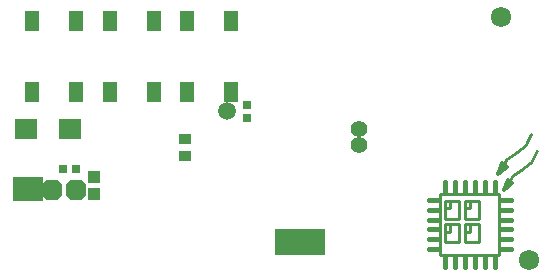
<source format=gbs>
%FSLAX25Y25*%
%MOIN*%
G70*
G01*
G75*
G04 Layer_Color=16711935*
%ADD10R,0.02362X0.01969*%
%ADD11R,0.04331X0.01575*%
%ADD12R,0.01969X0.02362*%
%ADD13R,0.02953X0.07087*%
%ADD14R,0.03543X0.03543*%
%ADD15R,0.05118X0.02362*%
%ADD16R,0.07480X0.10236*%
%ADD17R,0.03150X0.03543*%
%ADD18R,0.03543X0.03150*%
%ADD19R,0.05118X0.02756*%
%ADD20R,0.12992X0.05512*%
%ADD21R,0.19685X0.04724*%
%ADD22R,0.05315X0.04724*%
%ADD23O,0.03543X0.00787*%
%ADD24O,0.00787X0.03543*%
%ADD25R,0.08071X0.08071*%
%ADD26R,0.02756X0.03543*%
%ADD27R,0.02362X0.04528*%
%ADD28R,0.06693X0.04331*%
%ADD29R,0.00984X0.04331*%
%ADD30R,0.03150X0.06693*%
%ADD31R,0.04724X0.02362*%
%ADD32R,0.02559X0.04331*%
%ADD33R,0.22441X0.22441*%
%ADD34O,0.03543X0.00984*%
%ADD35O,0.00984X0.03543*%
%ADD36R,0.04331X0.06693*%
%ADD37R,0.03543X0.02756*%
%ADD38R,0.03937X0.14961*%
%ADD39R,0.05433X0.01772*%
%ADD40R,0.08268X0.05807*%
%ADD41R,0.07874X0.05807*%
%ADD42R,0.07480X0.04626*%
%ADD43R,0.07480X0.09350*%
%ADD44C,0.01575*%
%ADD45C,0.00984*%
%ADD46C,0.01181*%
%ADD47C,0.01969*%
%ADD48R,0.07480X0.06890*%
%ADD49R,0.13780X0.06496*%
%ADD50C,0.06000*%
G04:AMPARAMS|DCode=51|XSize=59.06mil|YSize=59.06mil|CornerRadius=0mil|HoleSize=0mil|Usage=FLASHONLY|Rotation=90.000|XOffset=0mil|YOffset=0mil|HoleType=Round|Shape=Octagon|*
%AMOCTAGOND51*
4,1,8,0.01476,0.02953,-0.01476,0.02953,-0.02953,0.01476,-0.02953,-0.01476,-0.01476,-0.02953,0.01476,-0.02953,0.02953,-0.01476,0.02953,0.01476,0.01476,0.02953,0.0*
%
%ADD51OCTAGOND51*%

%ADD52C,0.04724*%
%ADD53R,0.09055X0.07087*%
%ADD54C,0.05118*%
%ADD55R,0.15748X0.07874*%
%ADD56C,0.02756*%
%ADD57C,0.03937*%
%ADD58C,0.01969*%
%ADD59R,0.06890X0.05906*%
%ADD60R,0.03937X0.05906*%
%ADD61C,0.01000*%
%ADD62C,0.00787*%
%ADD63C,0.00606*%
%ADD64C,0.00394*%
%ADD65C,0.00591*%
%ADD66R,0.03150X0.02756*%
%ADD67R,0.02756X0.03150*%
%ADD68R,0.03740X0.07874*%
%ADD69R,0.04331X0.04331*%
%ADD70R,0.05906X0.03150*%
%ADD71R,0.08268X0.11024*%
%ADD72R,0.03937X0.04331*%
%ADD73R,0.04331X0.03937*%
%ADD74R,0.05906X0.03543*%
%ADD75R,0.13780X0.06299*%
%ADD76R,0.20472X0.05512*%
%ADD77R,0.06102X0.05512*%
%ADD78O,0.04331X0.01575*%
%ADD79O,0.01575X0.04331*%
%ADD80R,0.08858X0.08858*%
%ADD81R,0.03543X0.04331*%
%ADD82R,0.03150X0.05315*%
%ADD83R,0.07480X0.05118*%
%ADD84R,0.01772X0.05118*%
%ADD85R,0.03937X0.07480*%
%ADD86R,0.05512X0.03150*%
%ADD87R,0.03347X0.05118*%
%ADD88R,0.23228X0.23228*%
%ADD89O,0.04331X0.01772*%
%ADD90O,0.01772X0.04331*%
%ADD91R,0.05118X0.07480*%
%ADD92R,0.04331X0.03543*%
%ADD93R,0.04724X0.15748*%
%ADD94R,0.06221X0.02559*%
%ADD95R,0.09055X0.06594*%
%ADD96R,0.08661X0.06594*%
%ADD97R,0.08268X0.05413*%
%ADD98R,0.08268X0.10138*%
%ADD99C,0.06787*%
G04:AMPARAMS|DCode=100|XSize=66.93mil|YSize=66.93mil|CornerRadius=0mil|HoleSize=0mil|Usage=FLASHONLY|Rotation=90.000|XOffset=0mil|YOffset=0mil|HoleType=Round|Shape=Octagon|*
%AMOCTAGOND100*
4,1,8,0.01673,0.03347,-0.01673,0.03347,-0.03347,0.01673,-0.03347,-0.01673,-0.01673,-0.03347,0.01673,-0.03347,0.03347,-0.01673,0.03347,0.01673,0.01673,0.03347,0.0*
%
%ADD100OCTAGOND100*%

%ADD101C,0.05512*%
%ADD102R,0.09843X0.07874*%
%ADD103C,0.05906*%
%ADD104R,0.16535X0.08661*%
%ADD105R,0.07677X0.06693*%
%ADD106R,0.04724X0.06693*%
D44*
X144783Y-63583D02*
Y-60039D01*
X148091Y-63583D02*
Y-60039D01*
X151398Y-63583D02*
Y-60039D01*
X154705Y-63583D02*
Y-60039D01*
X158012Y-63583D02*
Y-60039D01*
X161319Y-63583D02*
Y-60039D01*
X139272Y-65945D02*
X142815D01*
X139272Y-69252D02*
X142815D01*
X139272Y-72559D02*
X142815D01*
X139272Y-75866D02*
X142815D01*
X139272Y-79173D02*
X142815D01*
X139272Y-82480D02*
X142815D01*
X163287Y-65945D02*
X166831D01*
X163287Y-69252D02*
X166831D01*
X163287Y-72559D02*
X166831D01*
X163287Y-75866D02*
X166831D01*
X163287Y-79173D02*
X166831D01*
X163287Y-82480D02*
X166831D01*
X144783Y-88386D02*
Y-84842D01*
X148091Y-88386D02*
Y-84842D01*
X151398Y-88386D02*
Y-84842D01*
X154705Y-88386D02*
Y-84842D01*
X158012Y-88386D02*
Y-84842D01*
X161319Y-88386D02*
Y-84842D01*
D45*
X144783Y-66339D02*
X149508D01*
Y-72244D02*
Y-66339D01*
X144783Y-72244D02*
X149508D01*
X144783D02*
Y-66339D01*
Y-68701D02*
X146358D01*
Y-66339D01*
X153051Y-68701D02*
Y-66339D01*
X151476Y-68701D02*
X153051D01*
X151476Y-72244D02*
Y-66339D01*
Y-72244D02*
X156201D01*
Y-66339D01*
X151476D02*
X156201D01*
X146358Y-76575D02*
Y-74213D01*
X144783Y-76575D02*
X146358D01*
X144783Y-80118D02*
Y-74213D01*
Y-80118D02*
X149508D01*
Y-74213D01*
X144783D02*
X149508D01*
X153051Y-76575D02*
Y-74213D01*
X151476Y-76575D02*
X153051D01*
X151476Y-80118D02*
Y-74213D01*
Y-80118D02*
X156201D01*
Y-74213D01*
X151476D02*
X156201D01*
X143209Y-63976D02*
X162894D01*
Y-84449D02*
Y-63976D01*
X143209Y-84449D02*
X162894D01*
X143209D02*
Y-63976D01*
D46*
X164469Y-62795D02*
X166043Y-60433D01*
X164469Y-62795D02*
X165650Y-59252D01*
X167224Y-60433D01*
X164469Y-62795D02*
X167224Y-60433D01*
X162500Y-57284D02*
X164075Y-54921D01*
X162500Y-57284D02*
X163681Y-53740D01*
X165256Y-54921D01*
X162500Y-57284D02*
X165256Y-54921D01*
D61*
X170372Y-56096D02*
G03*
X165650Y-61221I2627J-7159D01*
G01*
X170372Y-56096D02*
G03*
X175528Y-49793I-3841J8402D01*
G01*
X168403Y-50584D02*
G03*
X163681Y-55709I2627J-7159D01*
G01*
X168403Y-50584D02*
G03*
X173559Y-44281I-3841J8402D01*
G01*
D66*
X17441Y-55709D02*
D03*
X21732D02*
D03*
D67*
X78642Y-34468D02*
D03*
Y-38760D02*
D03*
D73*
X27854Y-63976D02*
D03*
Y-58465D02*
D03*
D92*
X58071Y-51476D02*
D03*
Y-45571D02*
D03*
D99*
X172835Y-86122D02*
D03*
X163287Y-4921D02*
D03*
D100*
X21654Y-62795D02*
D03*
X13878Y-62697D02*
D03*
D101*
X116142Y-42421D02*
D03*
Y-47835D02*
D03*
D102*
X5709Y-62303D02*
D03*
D103*
X71949Y-36417D02*
D03*
D104*
X96260Y-79921D02*
D03*
D105*
X19783Y-42520D02*
D03*
X5020D02*
D03*
D106*
X47589Y-6496D02*
D03*
Y-30118D02*
D03*
X33022D02*
D03*
Y-6496D02*
D03*
X73425D02*
D03*
Y-30118D02*
D03*
X58858D02*
D03*
Y-6496D02*
D03*
X21752D02*
D03*
Y-30118D02*
D03*
X7185D02*
D03*
Y-6496D02*
D03*
M02*

</source>
